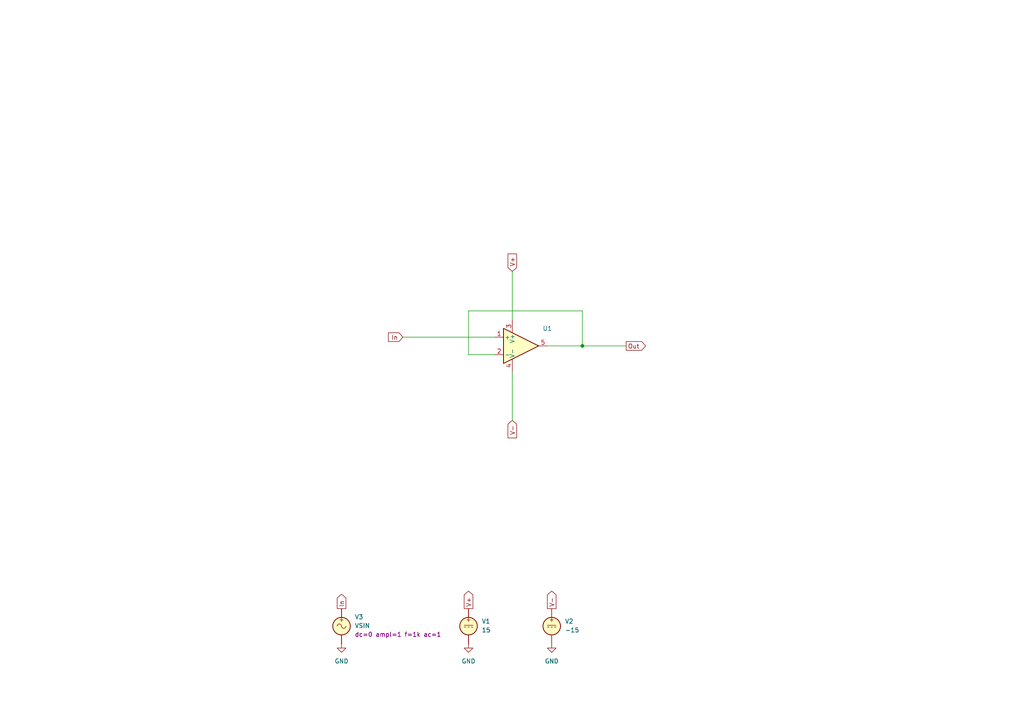
<source format=kicad_sch>
(kicad_sch (version 20231120) (generator "eeschema") (generator_version "8.0")
  (paper "A4")
  (title_block (title "OPamp, voltage follower") (date "2024-12-15") (company "GitHub/OJStuff"))
  (lib_symbols
    (symbol "Simulation_SPICE:OPAMP" (pin_names (offset 0.254))
      (property "Reference" "U" (at 3.81 3.175 0))
      (property "Value" "${SIM.PARAMS}" (at 3.81 -3.175 0))
      (symbol "OPAMP_0_1"
        (polyline (pts (xy 5.08 0) (xy -5.08 5.08) (xy -5.08 -5.08) (xy 5.08 0)) (stroke (width 0.254)) (fill (type background)))
      )
      (symbol "OPAMP_1_1"
        (pin input line (at -7.62 2.54 0) (length 2.54) (name "+") (number "1"))
        (pin input line (at -7.62 -2.54 0) (length 2.54) (name "-") (number "2"))
        (pin power_in line (at -2.54 7.62 270) (length 3.81) (name "V+") (number "3"))
        (pin power_in line (at -2.54 -7.62 90) (length 3.81) (name "V-") (number "4"))
        (pin output line (at 7.62 0 180) (length 2.54) (name "~") (number "5"))
      )
    )
    (symbol "VDC_1" (pin_numbers hide) (pin_names (offset 0.0254))
      (property "Reference" "V" (at 2.54 2.54 0))
      (property "Value" "1" (at 2.54 0 0))
      (symbol "VDC_1_0_0"
        (polyline (pts (xy -1.27 0.254) (xy 1.27 0.254)))
        (polyline (pts (xy -0.762 -0.254) (xy -1.27 -0.254)))
        (polyline (pts (xy 0.254 -0.254) (xy -0.254 -0.254)))
        (polyline (pts (xy 1.27 -0.254) (xy 0.762 -0.254)))
        (text "+" (at 0 1.905 0) (effects (font (size 1.27 1.27))))
      )
      (symbol "VDC_1_0_1"
        (circle (center 0 0) (radius 2.54) (stroke (width 0.254)) (fill (type background)))
      )
      (symbol "VDC_1_1_1"
        (pin passive line (at 0 5.08 270) (length 2.54) (name "~") (number "1"))
        (pin passive line (at 0 -5.08 90) (length 2.54) (name "~") (number "2"))
      )
    )
    (symbol "VSIN_1" (pin_numbers hide) (pin_names (offset 0.0254))
      (property "Reference" "V" (at 2.54 2.54 0))
      (property "Value" "VSIN" (at 2.54 0 0))
      (property "Sim.Params" "dc=0 ampl=1 f=1k ac=1" (at 2.54 -2.54 0))
      (symbol "VSIN_1_0_0"
        (arc (start 0 0) (mid -0.635 0.6323) (end -1.27 0))
        (arc (start 0 0) (mid 0.635 -0.6323) (end 1.27 0))
        (text "+" (at 0 1.905 0) (effects (font (size 1.27 1.27))))
      )
      (symbol "VSIN_1_0_1"
        (circle (center 0 0) (radius 2.54) (stroke (width 0.254)) (fill (type background)))
      )
      (symbol "VSIN_1_1_1"
        (pin passive line (at 0 5.08 270) (length 2.54) (name "~") (number "1"))
        (pin passive line (at 0 -5.08 90) (length 2.54) (name "~") (number "2"))
      )
    )
    (symbol "power:GND" (power) (pin_numbers hide) (pin_names (offset 0) hide)
      (property "Value" "GND" (at 0 -3.81 0))
      (symbol "GND_0_1"
        (polyline (pts (xy 0 0) (xy 0 -1.27) (xy 1.27 -1.27) (xy 0 -2.54) (xy -1.27 -1.27) (xy 0 -1.27)))
      )
      (symbol "GND_1_1"
        (pin power_in line (at 0 0 270) (length 0) (name "~") (number "1"))
      )
    )
  )
  (junction (at 168.91 100.33))
  (wire (pts (xy 148.59 121.92) (xy 148.59 107.95)))
  (wire (pts (xy 135.89 102.87) (xy 143.51 102.87)))
  (wire (pts (xy 135.89 90.17) (xy 168.91 90.17)))
  (wire (pts (xy 148.59 78.74) (xy 148.59 92.71)))
  (wire (pts (xy 181.61 100.33) (xy 168.91 100.33)))
  (wire (pts (xy 116.84 97.79) (xy 143.51 97.79)))
  (wire (pts (xy 168.91 90.17) (xy 168.91 100.33)))
  (wire (pts (xy 135.89 102.87) (xy 135.89 90.17)))
  (wire (pts (xy 168.91 100.33) (xy 158.75 100.33)))
  (global_label "V+" (shape input) (at 148.59 78.74 90) (property "Intersheetrefs" "${INTERSHEET_REFS}" (effects (hide yes))))
  (global_label "V+" (shape output) (at 135.89 176.53 90) (property "Intersheetrefs" "${INTERSHEET_REFS}" (effects (hide yes))))
  (global_label "In" (shape input) (at 116.84 97.79 180) (property "Intersheetrefs" "${INTERSHEET_REFS}" (effects (hide yes))))
  (global_label "In" (shape output) (at 99.06 176.53 90) (property "Intersheetrefs" "${INTERSHEET_REFS}" (effects (hide yes))))
  (global_label "V-" (shape input) (at 148.59 121.92 270) (property "Intersheetrefs" "${INTERSHEET_REFS}" (effects (hide yes))))
  (global_label "V-" (shape output) (at 160.02 176.53 90) (property "Intersheetrefs" "${INTERSHEET_REFS}" (effects (hide yes))))
  (global_label "Out" (shape output) (at 181.61 100.33 0) (property "Intersheetrefs" "${INTERSHEET_REFS}" (effects (hide yes))))
  (symbol (lib_name "VSIN_1") (lib_id "Simulation_SPICE:VSIN") (at 99.06 181.61 0) (unit 1)
    (property "Reference" "V3" (at 102.87 178.9401 0) (effects (justify left)))
    (property "Value" "VSIN" (at 102.87 181.4801 0) (effects (justify left)))
    (property "Datasheet" "https://ngspice.sourceforge.io/docs/ngspice-html-manual/manual.xhtml#sec_Independent_Sources_for" (effects (hide yes)))
    (property "Description" "Voltage source, sinusoidal" (effects (hide yes)))
    (property "Sim.Pins" "1=+ 2=-" (effects (hide yes)))
    (property "Sim.Params" "dc=0 ampl=1 f=1k ac=1" (at 102.87 184.0201 0) (effects (justify left)))
    (property "Sim.Type" "SIN" (effects (hide yes)))
    (property "Sim.Device" "V" (effects (hide yes)))
  )
  (symbol (lib_id "power:GND") (at 160.02 186.69 0) (unit 1)
    (property "Reference" "#PWR03" (effects (hide yes)))
    (property "Value" "GND" (at 160.02 191.77 0))
    (property "Description" "Power symbol creates a global label with name \"GND\" , ground" (effects (hide yes)))
  )
  (symbol (lib_name "VDC_1") (lib_id "Simulation_SPICE:VDC") (at 135.89 181.61 0) (unit 1)
    (property "Reference" "V1" (at 139.7 180.2101 0) (effects (justify left)))
    (property "Value" "15" (at 139.7 182.7501 0) (effects (justify left)))
    (property "Datasheet" "https://ngspice.sourceforge.io/docs/ngspice-html-manual/manual.xhtml#sec_Independent_Sources_for" (effects (hide yes)))
    (property "Description" "Voltage source, DC" (effects (hide yes)))
    (property "Sim.Pins" "1=+ 2=-" (effects (hide yes)))
    (property "Sim.Type" "DC" (effects (hide yes)))
    (property "Sim.Device" "V" (effects (hide yes)))
  )
  (symbol (lib_id "Simulation_SPICE:OPAMP") (at 151.13 100.33 0) (unit 1)
    (property "Reference" "U1" (at 158.75 95.2814 0))
    (property "Value" "${SIM.PARAMS}" (at 158.75 97.1865 0))
    (property "Datasheet" "https://ngspice.sourceforge.io/docs/ngspice-html-manual/manual.xhtml#sec__SUBCKT_Subcircuits" (effects (hide yes)))
    (property "Description" "Operational amplifier, single, node sequence=1:+ 2:- 3:OUT 4:V+ 5:V-" (effects (hide yes)))
    (property "Sim.Pins" "1=in+ 2=in- 3=vcc 4=vee 5=out" (effects (hide yes)))
    (property "Sim.Device" "SUBCKT" (effects (hide yes)))
    (property "Sim.Library" "${KICAD8_SYMBOL_DIR}/Simulation_SPICE.sp" (effects (hide yes)))
    (property "Sim.Name" "kicad_builtin_opamp" (effects (hide yes)))
  )
  (symbol (lib_name "VDC_1") (lib_id "Simulation_SPICE:VDC") (at 160.02 181.61 0) (unit 1)
    (property "Reference" "V2" (at 163.83 180.2101 0) (effects (justify left)))
    (property "Value" "-15" (at 163.83 182.7501 0) (effects (justify left)))
    (property "Datasheet" "https://ngspice.sourceforge.io/docs/ngspice-html-manual/manual.xhtml#sec_Independent_Sources_for" (effects (hide yes)))
    (property "Description" "Voltage source, DC" (effects (hide yes)))
    (property "Sim.Pins" "1=+ 2=-" (effects (hide yes)))
    (property "Sim.Type" "DC" (effects (hide yes)))
    (property "Sim.Device" "V" (effects (hide yes)))
  )
  (symbol (lib_id "power:GND") (at 135.89 186.69 0) (unit 1)
    (property "Reference" "#PWR02" (effects (hide yes)))
    (property "Value" "GND" (at 135.89 191.77 0))
    (property "Description" "Power symbol creates a global label with name \"GND\" , ground" (effects (hide yes)))
  )
  (symbol (lib_id "power:GND") (at 99.06 186.69 0) (unit 1)
    (property "Reference" "#PWR01" (effects (hide yes)))
    (property "Value" "GND" (at 99.06 191.77 0))
    (property "Description" "Power symbol creates a global label with name \"GND\" , ground" (effects (hide yes)))
  )
)
</source>
